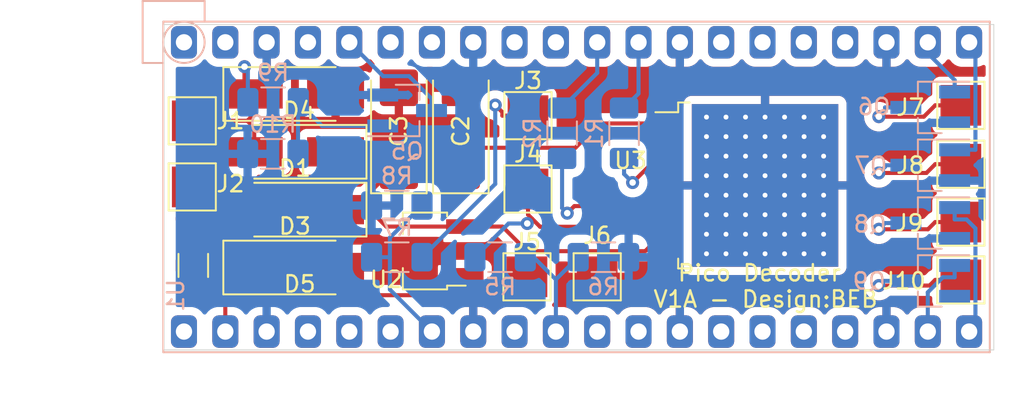
<source format=kicad_pcb>
(kicad_pcb (version 20221018) (generator pcbnew)
  (layers (0 "F.Cu" signal) (31 "B.Cu" signal) (34 "B.Paste" user) (35 "F.Paste" user) (36 "B.SilkS" user "B.Silkscreen") (37 "F.SilkS" user "F.Silkscreen") (38 "B.Mask" user) (39 "F.Mask" user) (44 "Edge.Cuts" user))
  (net 0 "")
  (net 1 "GND")
  (net 2 "MOTOR_A")
  (net 3 "+VDCC")
  (net 4 "MOTOR_B")
  (net 5 "ADC0")
  (net 6 "+5V")
  (net 7 "Net-(D1-A)")
  (net 8 "Net-(D3-A)")
  (net 9 "Net-(J7-Pin_1)")
  (net 10 "Net-(J8-Pin_1)")
  (net 11 "Net-(J9-Pin_1)")
  (net 12 "Net-(J10-Pin_1)")
  (net 13 "Net-(Q5-G)")
  (net 14 "Net-(U3-FIN)")
  (net 15 "Net-(U3-RIN)")
  (net 23 "DCC_IN")
  (net 28 "FUNC_A")
  (net 29 "FUNC_B")
  (net 30 "FUNC_C")
  (net 31 "FUNC_D")
  (net 32 "PWM_F")
  (net 33 "PWM_R")
  (net 34 "ADC2")
  (footprint "Capacitor_SMD:C_1206_3216Metric_Pad1.33x1.80mm_HandSolder" (layer "F.Cu") (at 141.7955 114.808 90)
    (fp_text reference "C1" hide)
    (fp_text value "10uF/16V")
    (fp_line (start -0.711252 -0.91) (end 0.711252 -0.91) (stroke (width 0.12)) (layer "F.SilkS"))
    (fp_line (start -0.711252 0.91) (end 0.711252 0.91) (stroke (width 0.12)) (layer "F.SilkS"))
    (pad "1" smd roundrect (at -1.5625 0 90) (size 1.325 1.8) (layers "F.Cu" "F.Paste" "F.Mask") (roundrect_rratio 0.1886769811) (net 6 "+5V"))
    (pad "2" smd roundrect (at 1.5625 0 90) (size 1.325 1.8) (layers "F.Cu" "F.Paste" "F.Mask") (roundrect_rratio 0.1886769811) (net 1 "GND"))
  )
  (footprint "Diode_SMD:D_SMA_Handsoldering" (layer "F.Cu") (at 148.042 107.823 180)
    (fp_text reference "D1" (at 0 -1.016) (layer "F.SilkS"))
    (fp_text value "RBR3L60ADD")
    (fp_line (start -4.4 -1.65) (end -4.4 1.65) (stroke (width 0.12)) (layer "F.SilkS"))
    (fp_line (start -4.4 -1.65) (end 2.5 -1.65) (stroke (width 0.12)) (layer "F.SilkS"))
    (fp_line (start -4.4 1.65) (end 2.5 1.65) (stroke (width 0.12)) (layer "F.SilkS"))
    (pad "1" smd rect (at -2.5 0 180) (size 3.5 1.8) (layers "F.Cu" "F.Paste" "F.Mask") (net 3 "+VDCC"))
    (pad "2" smd rect (at 2.5 0 180) (size 3.5 1.8) (layers "F.Cu" "F.Paste" "F.Mask") (net 7 "Net-(D1-A)"))
  )
  (footprint "Diode_SMD:D_SMA_Handsoldering" (layer "F.Cu") (at 148.042 111.379 180)
    (fp_text reference "D3" (at 0 -1.016) (layer "F.SilkS"))
    (fp_text value "RBR3L60ADD")
    (fp_line (start -4.4 -1.65) (end -4.4 1.65) (stroke (width 0.12)) (layer "F.SilkS"))
    (fp_line (start -4.4 -1.65) (end 2.5 -1.65) (stroke (width 0.12)) (layer "F.SilkS"))
    (fp_line (start -4.4 1.65) (end 2.5 1.65) (stroke (width 0.12)) (layer "F.SilkS"))
    (pad "1" smd rect (at -2.5 0 180) (size 3.5 1.8) (layers "F.Cu" "F.Paste" "F.Mask") (net 3 "+VDCC"))
    (pad "2" smd rect (at 2.5 0 180) (size 3.5 1.8) (layers "F.Cu" "F.Paste" "F.Mask") (net 8 "Net-(D3-A)"))
  )
  (footprint "Diode_SMD:D_SMA_Handsoldering" (layer "F.Cu") (at 148.042 114.935)
    (fp_text reference "D5" (at 0.294 1.016) (layer "F.SilkS"))
    (fp_text value "RBR3L60ADD")
    (fp_line (start -4.4 -1.65) (end -4.4 1.65) (stroke (width 0.12)) (layer "F.SilkS"))
    (fp_line (start -4.4 -1.65) (end 2.5 -1.65) (stroke (width 0.12)) (layer "F.SilkS"))
    (fp_line (start -4.4 1.65) (end 2.5 1.65) (stroke (width 0.12)) (layer "F.SilkS"))
    (pad "1" smd rect (at -2.5 0) (size 3.5 1.8) (layers "F.Cu" "F.Paste" "F.Mask") (net 8 "Net-(D3-A)"))
    (pad "2" smd rect (at 2.5 0) (size 3.5 1.8) (layers "F.Cu" "F.Paste" "F.Mask") (net 1 "GND"))
  )
  (footprint "Package_TO_SOT_SMD:SOT-89-3_Handsoldering" (layer "F.Cu") (at 156.337 113.919 180)
    (fp_text reference "U2" (at 2.676 -1.754) (layer "F.SilkS"))
    (fp_text value "AP7387Q-50Y-13")
    (fp_line (start -2.2 -2.13) (end -1.06 -2.13) (stroke (width 0.12)) (layer "F.SilkS"))
    (fp_line (start -1.06 -2.36) (end -1.06 -2.13) (stroke (width 0.12)) (layer "F.SilkS"))
    (fp_line (start -1.06 -2.36) (end 1.66 -2.36) (stroke (width 0.12)) (layer "F.SilkS"))
    (fp_line (start -1.06 2.36) (end -1.06 2.13) (stroke (width 0.12)) (layer "F.SilkS"))
    (fp_line (start 1.66 -2.36) (end 1.66 -1.05) (stroke (width 0.12)) (layer "F.SilkS"))
    (fp_line (start 1.66 1.05) (end 1.66 2.36) (stroke (width 0.12)) (layer "F.SilkS"))
    (fp_line (start 1.66 2.36) (end -1.06 2.36) (stroke (width 0.12)) (layer "F.SilkS"))
    (pad "1" smd rect (at -2.15 -1.5 180) (size 2.3 0.9) (layers "F.Cu" "F.Paste" "F.Mask") (net 6 "+5V"))
    (pad "2" smd custom (at -2.0625 0 180) (size 2.475 0.9) (layers "F.Cu" "F.Paste" "F.Mask") (net 1 "GND") (options (clearance outline) (anchor rect)) (primitives (gr_poly (pts (xy 1.2375 -0.8665) (xy 5.3625 -0.8665) (xy 5.3625 0.8665) (xy 1.2375 0.8665)) (width 0) (fill yes))))
    (pad "3" smd rect (at -2.15 1.5 180) (size 2.3 0.9) (layers "F.Cu" "F.Paste" "F.Mask") (net 3 "+VDCC"))
  )
  (footprint "TestPoint:TestPoint_Pad_2.5x2.5mm" (layer "F.Cu") (at 141.732 105.918)
    (fp_text reference "J1" (at 2.3495 0) (layer "F.SilkS"))
    (fp_text value "PAD")
    (fp_line (start -1.45 -1.45) (end 1.45 -1.45) (stroke (width 0.12)) (layer "F.SilkS"))
    (fp_line (start -1.45 1.45) (end -1.45 -1.45) (stroke (width 0.12)) (layer "F.SilkS"))
    (fp_line (start 1.45 -1.45) (end 1.45 1.45) (stroke (width 0.12)) (layer "F.SilkS"))
    (fp_line (start 1.45 1.45) (end -1.45 1.45) (stroke (width 0.12)) (layer "F.SilkS"))
    (pad "1" smd rect (at 0 0) (size 2.5 2.5) (layers "F.Cu" "F.Mask") (net 7 "Net-(D1-A)"))
  )
  (footprint "TestPoint:TestPoint_Pad_2.5x2.5mm" (layer "F.Cu") (at 141.732 109.982)
    (fp_text reference "J2" (at 2.3495 -0.1905) (layer "F.SilkS"))
    (fp_text value "PAD")
    (fp_line (start -1.45 -1.45) (end 1.45 -1.45) (stroke (width 0.12)) (layer "F.SilkS"))
    (fp_line (start -1.45 1.45) (end -1.45 -1.45) (stroke (width 0.12)) (layer "F.SilkS"))
    (fp_line (start 1.45 -1.45) (end 1.45 1.45) (stroke (width 0.12)) (layer "F.SilkS"))
    (fp_line (start 1.45 1.45) (end -1.45 1.45) (stroke (width 0.12)) (layer "F.SilkS"))
    (pad "1" smd rect (at 0 0) (size 2.5 2.5) (layers "F.Cu" "F.Mask") (net 8 "Net-(D3-A)"))
  )
  (footprint "TestPoint:TestPoint_Pad_2.5x2.5mm" (layer "F.Cu") (at 162.3695 105.6005)
    (fp_text reference "J3" (at 0 -2.148) (layer "F.SilkS"))
    (fp_text value "PAD")
    (fp_line (start -1.45 -1.45) (end 1.45 -1.45) (stroke (width 0.12)) (layer "F.SilkS"))
    (fp_line (start -1.45 1.45) (end -1.45 -1.45) (stroke (width 0.12)) (layer "F.SilkS"))
    (fp_line (start 1.45 -1.45) (end 1.45 1.45) (stroke (width 0.12)) (layer "F.SilkS"))
    (fp_line (start 1.45 1.45) (end -1.45 1.45) (stroke (width 0.12)) (layer "F.SilkS"))
    (pad "1" smd rect (at 0 0) (size 2.5 2.5) (layers "F.Cu" "F.Mask") (net 2 "MOTOR_A"))
  )
  (footprint "TestPoint:TestPoint_Pad_2.5x2.5mm" (layer "F.Cu") (at 162.306 115.5065)
    (fp_text reference "J5" (at 0 -2.148) (layer "F.SilkS"))
    (fp_text value "PAD")
    (fp_line (start -1.45 -1.45) (end 1.45 -1.45) (stroke (width 0.12)) (layer "F.SilkS"))
    (fp_line (start -1.45 1.45) (end -1.45 -1.45) (stroke (width 0.12)) (layer "F.SilkS"))
    (fp_line (start 1.45 -1.45) (end 1.45 1.45) (stroke (width 0.12)) (layer "F.SilkS"))
    (fp_line (start 1.45 1.45) (end -1.45 1.45) (stroke (width 0.12)) (layer "F.SilkS"))
    (pad "1" smd rect (at 0 0) (size 2.5 2.5) (layers "F.Cu" "F.Mask") (net 3 "+VDCC"))
  )
  (footprint "TestPoint:TestPoint_Pad_2.5x2.5mm" (layer "F.Cu") (at 166.624 115.5065)
    (fp_text reference "J6" (at 0 -2.54) (layer "F.SilkS"))
    (fp_text value "PAD")
    (fp_line (start -1.45 -1.45) (end 1.45 -1.45) (stroke (width 0.12)) (layer "F.SilkS"))
    (fp_line (start -1.45 1.45) (end -1.45 -1.45) (stroke (width 0.12)) (layer "F.SilkS"))
    (fp_line (start 1.45 -1.45) (end 1.45 1.45) (stroke (width 0.12)) (layer "F.SilkS"))
    (fp_line (start 1.45 1.45) (end -1.45 1.45) (stroke (width 0.12)) (layer "F.SilkS"))
    (pad "1" smd rect (at 0 0) (size 2.5 2.5) (layers "F.Cu" "F.Mask") (net 1 "GND"))
  )
  (footprint "TestPoint:TestPoint_Pad_2.5x2.5mm" (layer "F.Cu") (at 188.976 104.9655)
    (fp_text reference "J7" (at -3.1115 0.127) (layer "F.SilkS"))
    (fp_text value "PAD")
    (fp_line (start -1.45 -1.45) (end 1.45 -1.45) (stroke (width 0.12)) (layer "F.SilkS"))
    (fp_line (start -1.45 1.45) (end -1.45 -1.45) (stroke (width 0.12)) (layer "F.SilkS"))
    (fp_line (start 1.45 -1.45) (end 1.45 1.45) (stroke (width 0.12)) (layer "F.SilkS"))
    (fp_line (start 1.45 1.45) (end -1.45 1.45) (stroke (width 0.12)) (layer "F.SilkS"))
    (pad "1" smd rect (at 0 0) (size 2.5 2.5) (layers "F.Cu" "F.Mask") (net 9 "Net-(J7-Pin_1)"))
  )
  (footprint "TestPoint:TestPoint_Pad_2.5x2.5mm" (layer "F.Cu") (at 188.976 108.585)
    (fp_text reference "J8" (at -3.1115 0.0635) (layer "F.SilkS"))
    (fp_text value "PAD")
    (fp_line (start -1.45 -1.45) (end 1.45 -1.45) (stroke (width 0.12)) (layer "F.SilkS"))
    (fp_line (start -1.45 1.45) (end -1.45 -1.45) (stroke (width 0.12)) (layer "F.SilkS"))
    (fp_line (start 1.45 -1.45) (end 1.45 1.45) (stroke (width 0.12)) (layer "F.SilkS"))
    (fp_line (start 1.45 1.45) (end -1.45 1.45) (stroke (width 0.12)) (layer "F.SilkS"))
    (pad "1" smd rect (at 0 0) (size 2.5 2.5) (layers "F.Cu" "F.Mask") (net 10 "Net-(J8-Pin_1)"))
  )
  (footprint "TestPoint:TestPoint_Pad_2.5x2.5mm" (layer "F.Cu") (at 188.976 115.697)
    (fp_text reference "J10" (at -3.4925 0.0635) (layer "F.SilkS"))
    (fp_text value "PAD")
    (fp_line (start -1.45 -1.45) (end 1.45 -1.45) (stroke (width 0.12)) (layer "F.SilkS"))
    (fp_line (start -1.45 1.45) (end -1.45 -1.45) (stroke (width 0.12)) (layer "F.SilkS"))
    (fp_line (start 1.45 -1.45) (end 1.45 1.45) (stroke (width 0.12)) (layer "F.SilkS"))
    (fp_line (start 1.45 1.45) (end -1.45 1.45) (stroke (width 0.12)) (layer "F.SilkS"))
    (pad "1" smd rect (at 0 0) (size 2.5 2.5) (layers "F.Cu" "F.Mask") (net 12 "Net-(J10-Pin_1)"))
  )
  (footprint "Diode_SMD:D_SMA_Handsoldering" (layer "F.Cu") (at 148.042 104.267)
    (fp_text reference "D4" (at 0.254 1.016) (layer "F.SilkS"))
    (fp_text value "RBR3L60ADD")
    (fp_line (start -4.4 -1.65) (end -4.4 1.65) (stroke (width 0.12)) (layer "F.SilkS"))
    (fp_line (start -4.4 -1.65) (end 2.5 -1.65) (stroke (width 0.12)) (layer "F.SilkS"))
    (fp_line (start -4.4 1.65) (end 2.5 1.65) (stroke (width 0.12)) (layer "F.SilkS"))
    (pad "1" smd rect (at -2.5 0) (size 3.5 1.8) (layers "F.Cu" "F.Paste" "F.Mask") (net 7 "Net-(D1-A)"))
    (pad "2" smd rect (at 2.5 0) (size 3.5 1.8) (layers "F.Cu" "F.Paste" "F.Mask") (net 1 "GND"))
  )
  (footprint "Package_TO_SOT_SMD:Rohm_HRP7" (layer "F.Cu") (at 175.785 109.89)
    (fp_text reference "U3" (at -7.112 -1.524) (layer "F.SilkS"))
    (fp_text value "BD6232HFP")
    (fp_line (start -5.585 -4.5) (end -4.185 -4.5) (stroke (width 0.12)) (layer "F.SilkS"))
    (fp_line (start -4.185 -5.1) (end -3.485 -5.1) (stroke (width 0.12)) (layer "F.SilkS"))
    (fp_line (start -4.185 -4.5) (end -4.185 -5.1) (stroke (width 0.12)) (layer "F.SilkS"))
    (fp_line (start -4.185 5.1) (end -4.185 4.5) (stroke (width 0.12)) (layer "F.SilkS"))
    (fp_line (start -3.485 5.1) (end -4.185 5.1) (stroke (width 0.12)) (layer "F.SilkS"))
    (pad "1" smd rect (at -4.97 -3.81) (size 1.37 0.93) (layers "F.Cu" "F.Paste" "F.Mask") (net 3 "+VDCC"))
    (pad "2" smd rect (at -4.97 -2.54) (size 1.37 0.93) (layers "F.Cu" "F.Paste" "F.Mask") (net 2 "MOTOR_A"))
    (pad "3" smd rect (at -4.97 -1.27) (size 1.37 0.93) (layers "F.Cu" "F.Paste" "F.Mask") (net 14 "Net-(U3-FIN)"))
    (pad "4" smd rect (at -4.97 0) (size 1.37 0.93) (layers "F.Cu" "F.Paste" "F.Mask") (net 1 "GND"))
    (pad "4" thru_hole circle (at -2.445 -4.2) (size 0.6 0.6) (drill 0.3) (layers "*.Cu") (net 1 "GND"))
    (pad "4" thru_hole circle (at -2.445 -3) (size 0.6 0.6) (drill 0.3) (layers "*.Cu") (net 1 "GND"))
    (pad "4" thru_hole circle (at -2.445 -1.8) (size 0.6 0.6) (drill 0.3) (layers "*.Cu") (net 1 "GND"))
    (pad "4" thru_hole circle (at -2.445 -0.6) (size 0.6 0.6) (drill 0.3) (layers "*.Cu") (net 1 "GND"))
    (pad "4" thru_hole circle (at -2.445 0.6) (size 0.6 0.6) (drill 0.3) (layers "*.Cu") (net 1 "GND"))
    (pad "4" thru_hole circle (at -2.445 1.8) (size 0.6 0.6) (drill 0.3) (layers "*.Cu") (net 1 "GND"))
    (pad "4" thru_hole circle (at -2.445 3) (size 0.6 0.6) (drill 0.3) (layers "*.Cu") (net 1 "GND"))
    (pad "4" thru_hole circle (at -2.445 4.2) (size 0.6 0.6) (drill 0.3) (layers "*.Cu") (net 1 "GND"))
    (pad "4" thru_hole circle (at -1.245 -4.2) (size 0.6 0.6) (drill 0.3) (layers "*.Cu") (net 1 "GND"))
    (pad "4" thru_hole circle (at -1.245 -3) (size 0.6 0.6) (drill 0.3) (layers "*.Cu") (net 1 "GND"))
    (pad "4" thru_hole circle (at -1.245 -1.8) (size 0.6 0.6) (drill 0.3) (layers "*.Cu") (net 1 "GND"))
    (pad "4" thru_hole circle (at -1.245 -0.6) (size 0.6 0.6) (drill 0.3) (layers "*.Cu") (net 1 "GND"))
    (pad "4" thru_hole circle (at -1.245 0.6) (size 0.6 0.6) (drill 0.3) (layers "*.Cu") (net 1 "GND"))
    (pad "4" thru_hole circle (at -1.245 1.8) (size 0.6 0.6) (drill 0.3) (layers "*.Cu") (net 1 "GND"))
    (pad "4" thru_hole circle (at -1.245 3) (size 0.6 0.6) (drill 0.3) (layers "*.Cu") (net 1 "GND"))
    (pad "4" thru_hole circle (at -1.245 4.2) (size 0.6 0.6) (drill 0.3) (layers "*.Cu") (net 1 "GND"))
    (pad "4" thru_hole circle (at -0.045 -4.2) (size 0.6 0.6) (drill 0.3) (layers "*.Cu") (net 1 "GND"))
    (pad "4" thru_hole circle (at -0.045 -3) (size 0.6 0.6) (drill 0.3) (layers "*.Cu") (net 1 "GND"))
    (pad "4" thru_hole circle (at -0.045 -1.8) (size 0.6 0.6) (drill 0.3) (layers "*.Cu") (net 1 "GND"))
    (pad "4" thru_hole circle (at -0.045 -0.6) (size 0.6 0.6) (drill 0.3) (layers "*.Cu") (net 1 "GND"))
    (pad "4" thru_hole circle (at -0.045 0.6) (size 0.6 0.6) (drill 0.3) (layers "*.Cu") (net 1 "GND"))
    (pad "4" thru_hole circle (at -0.045 1.8) (size 0.6 0.6) (drill 0.3) (layers "*.Cu") (net 1 "GND"))
    (pad "4" thru_hole circle (at -0.045 3) (size 0.6 0.6) (drill 0.3) (layers "*.Cu") (net 1 "GND"))
    (pad "4" thru_hole circle (at -0.045 4.2) (size 0.6 0.6) (drill 0.3) (layers "*.Cu") (net 1 "GND"))
    (pad "4" thru_hole circle (at 1.155 -4.2) (size 0.6 0.6) (drill 0.3) (layers "*.Cu") (net 1 "GND"))
    (pad "4" thru_hole circle (at 1.155 -3) (size 0.6 0.6) (drill 0.3) (layers "*.Cu") (net 1 "GND"))
    (pad "4" thru_hole circle (at 1.155 -1.8) (size 0.6 0.6) (drill 0.3) (layers "*.Cu") (net 1 "GND"))
    (pad "4" thru_hole circle (at 1.155 -0.6) (size 0.6 0.6) (drill 0.3) (layers "*.Cu") (net 1 "GND"))
    (pad "4" smd rect (at 1.155 0) (size 9 10) (layers "F.Cu" "F.Mask") (net 1 "GND"))
    (pad "4" smd rect (at 1.155 0) (size 9 10) (layers "B.Cu") (net 1 "GND"))
    (pad "4" thru_hole circle (at 1.155 0.6) (size 0.6 0.6) (drill 0.3) (layers "*.Cu") (net 1 "GND"))
    (pad "4" thru_hole circle (at 1.155 1.8) (size 0.6 0.6) (drill 0.3) (layers "*.Cu") (net 1 "GND"))
    (pad "4" thru_hole circle (at 1.155 3) (size 0.6 0.6) (drill 0.3) (layers "*.Cu") (net 1 "GND"))
    (pad "4" thru_hole circle (at 1.155 4.2) (size 0.6 0.6) (drill 0.3) (layers "*.Cu") (net 1 "GND"))
    (pad "4" thru_hole circle (at 2.355 -4.2) (size 0.6 0.6) (drill 0.3) (layers "*.Cu") (net 1 "GND"))
    (pad "4" thru_hole circle (at 2.355 -3) (size 0.6 0.6) (drill 0.3) (layers "*.Cu") (net 1 "GND"))
    (pad "4" thru_hole circle (at 2.355 -1.8) (size 0.6 0.6) (drill 0.3) (layers "*.Cu") (net 1 "GND"))
    (pad "4" thru_hole circle (at 2.355 -0.6) (size 0.6 0.6) (drill 0.3) (layers "*.Cu") (net 1 "GND"))
    (pad "4" thru_hole circle (at 2.355 0.6) (size 0.6 0.6) (drill 0.3) (layers "*.Cu") (net 1 "GND"))
    (pad "4" thru_hole circle (at 2.355 1.8) (size 0.6 0.6) (drill 0.3) (layers "*.Cu") (net 1 "GND"))
    (pad "4" thru_hole circle (at 2.355 3) (size 0.6 0.6) (drill 0.3) (layers "*.Cu") (net 1 "GND"))
    (pad "4" thru_hole circle (at 2.355 4.2) (size 0.6 0.6) (drill 0.3) (layers "*.Cu") (net 1 "GND"))
    (pad "4" thru_hole circle (at 3.555 -4.2) (size 0.6 0.6) (drill 0.3) (layers "*.Cu") (net 1 "GND"))
    (pad "4" thru_hole circle (at 3.555 -3) (size 0.6 0.6) (drill 0.3) (layers "*.Cu") (net 1 "GND"))
    (pad "4" thru_hole circle (at 3.555 -1.8) (size 0.6 0.6) (drill 0.3) (layers "*.Cu") (net 1 "GND"))
    (pad "4" thru_hole circle (at 3.555 -0.6) (size 0.6 0.6) (drill 0.3) (layers "*.Cu") (net 1 "GND"))
    (pad "4" thru_hole circle (at 3.555 0.6) (size 0.6 0.6) (drill 0.3) (layers "*.Cu") (net 1 "GND"))
    (pad "4" thru_hole circle (at 3.555 1.8) (size 0.6 0.6) (drill 0.3) (layers "*.Cu") (net 1 "GND"))
    (pad "4" thru_hole circle (at 3.555 3) (size 0.6 0.6) (drill 0.3) (layers "*.Cu") (net 1 "GND"))
    (pad "4" thru_hole circle (at 3.555 4.2) (size 0.6 0.6) (drill 0.3) (layers "*.Cu") (net 1 "GND"))
    (pad "4" thru_hole circle (at 4.755 -4.2) (size 0.6 0.6) (drill 0.3) (layers "*.Cu") (net 1 "GND"))
    (pad "4" thru_hole circle (at 4.755 -3) (size 0.6 0.6) (drill 0.3) (layers "*.Cu") (net 1 "GND"))
    (pad "4" thru_hole circle (at 4.755 -1.8) (size 0.6 0.6) (drill 0.3) (layers "*.Cu") (net 1 "GND"))
    (pad "4" thru_hole circle (at 4.755 -0.6) (size 0.6 0.6) (drill 0.3) (layers "*.Cu") (net 1 "GND"))
    (pad "4" thru_hole circle (at 4.755 0.6) (size 0.6 0.6) (drill 0.3) (layers "*.Cu") (net 1 "GND"))
    (pad "4" thru_hole circle (at 4.755 1.8) (size 0.6 0.6) (drill 0.3) (layers "*.Cu") (net 1 "GND"))
    (pad "4" thru_hole circle (at 4.755 3) (size 0.6 0.6) (drill 0.3) (layers "*.Cu") (net 1 "GND"))
    (pad "4" thru_hole circle (at 4.755 4.2) (size 0.6 0.6) (drill 0.3) (layers "*.Cu") (net 1 "GND"))
    (pad "5" smd rect (at -4.97 1.27) (size 1.37 0.93) (layers "F.Cu" "F.Paste" "F.Mask") (net 15 "Net-(U3-RIN)"))
    (pad "6" smd rect (at -4.97 2.54) (size 1.37 0.93) (layers "F.Cu" "F.Paste" "F.Mask") (net 4 "MOTOR_B"))
    (pad "7" smd rect (at -4.97 3.81) (size 1.37 0.93) (layers "F.Cu" "F.Paste" "F.Mask") (net 3 "+VDCC"))
  )
  (footprint "Capacitor_Tantalum_SMD:CP_EIA-6032-20_AVX-F_Pad2.25x2.35mm_HandSolder" (layer "F.Cu") (at 154.432 106.436 90)
    (fp_text reference "C2" (at -0.117 3.81 270) (layer "F.SilkS"))
    (fp_text value "10uF/25V")
    (fp_line (start -3.935 -1.71) (end -3.935 1.71) (stroke (width 0.12)) (layer "F.SilkS"))
    (fp_line (start -3.935 1.71) (end 3 1.71) (stroke (width 0.12)) (layer "F.SilkS"))
    (fp_line (start 3 -1.71) (end -3.935 -1.71) (stroke (width 0.12)) (layer "F.SilkS"))
    (pad "1" smd roundrect (at -2.55 0 90) (size 2.25 2.35) (layers "F.Cu" "F.Paste" "F.Mask") (roundrect_rratio 0.1111106667) (net 3 "+VDCC"))
    (pad "2" smd roundrect (at 2.55 0 90) (size 2.25 2.35) (layers "F.Cu" "F.Paste" "F.Mask") (roundrect_rratio 0.1111106667) (net 1 "GND"))
  )
  (footprint "Capacitor_Tantalum_SMD:CP_EIA-6032-20_AVX-F_Pad2.25x2.35mm_HandSolder" (layer "F.Cu") (at 158.242 106.436 90)
    (fp_text reference "C3" (at -0.117 -3.81 90) (layer "F.SilkS"))
    (fp_text value "10uF/25V")
    (fp_line (start -3.935 -1.71) (end -3.935 1.71) (stroke (width 0.12)) (layer "F.SilkS"))
    (fp_line (start -3.935 1.71) (end 3 1.71) (stroke (width 0.12)) (layer "F.SilkS"))
    (fp_line (start 3 -1.71) (end -3.935 -1.71) (stroke (width 0.12)) (layer "F.SilkS"))
    (pad "1" smd roundrect (at -2.55 0 90) (size 2.25 2.35) (layers "F.Cu" "F.Paste" "F.Mask") (roundrect_rratio 0.1111106667) (net 3 "+VDCC"))
    (pad "2" smd roundrect (at 2.55 0 90) (size 2.25 2.35) (layers "F.Cu" "F.Paste" "F.Mask") (roundrect_rratio 0.1111106667) (net 1 "GND"))
  )
  (footprint "TestPoint:TestPoint_Pad_2.5x2.5mm" (layer "F.Cu") (at 188.976 112.141)
    (fp_text reference "J9" (at -3.175 0.0635) (layer "F.SilkS"))
    (fp_text value "PAD")
    (fp_line (start -1.45 -1.45) (end 1.45 -1.45) (stroke (width 0.12)) (layer "F.SilkS"))
    (fp_line (start -1.45 1.45) (end -1.45 -1.45) (stroke (width 0.12)) (layer "F.SilkS"))
    (fp_line (start 1.45 -1.45) (end 1.45 1.45) (stroke (width 0.12)) (layer "F.SilkS"))
    (fp_line (start 1.45 1.45) (end -1.45 1.45) (stroke (width 0.12)) (layer "F.SilkS"))
    (pad "1" smd rect (at 0 0) (size 2.5 2.5) (layers "F.Cu" "F.Mask") (net 11 "Net-(J9-Pin_1)"))
  )
  (footprint "TestPoint:TestPoint_Pad_2.5x2.5mm" (layer "F.Cu") (at 162.3695 110.109)
    (fp_text reference "J4" (at 0 -2.148) (layer "F.SilkS"))
    (fp_text value "PAD")
    (fp_line (start -1.45 -1.45) (end 1.45 -1.45) (stroke (width 0.12)) (layer "F.SilkS"))
    (fp_line (start -1.45 1.45) (end -1.45 -1.45) (stroke (width 0.12)) (layer "F.SilkS"))
    (fp_line (start 1.45 -1.45) (end 1.45 1.45) (stroke (width 0.12)) (layer "F.SilkS"))
    (fp_line (start 1.45 1.45) (end -1.45 1.45) (stroke (width 0.12)) (layer "F.SilkS"))
    (pad "1" smd rect (at 0 0) (size 2.5 2.5) (layers "F.Cu" "F.Mask") (net 4 "MOTOR_B"))
  )
  (footprint "Resistor_SMD:R_1206_3216Metric_Pad1.30x1.75mm_HandSolder" (layer "B.Cu") (at 160.655 114.3)
    (fp_text reference "R5" (at 0 1.82 180) (layer "B.SilkS") (effects (justify mirror)))
    (fp_text value "6k8")
    (fp_line (start -0.727064 -0.91) (end 0.727064 -0.91) (stroke (width 0.12)) (layer "B.SilkS"))
    (fp_line (start -0.727064 0.91) (end 0.727064 0.91) (stroke (width 0.12)) (layer "B.SilkS"))
    (pad "1" smd roundrect (at -1.55 0) (size 1.3 1.75) (layers "B.Cu" "B.Paste" "B.Mask") (roundrect_rratio 0.192308) (net 4 "MOTOR_B"))
    (pad "2" smd roundrect (at 1.55 0) (size 1.3 1.75) (layers "B.Cu" "B.Paste" "B.Mask") (roundrect_rratio 0.192308) (net 5 "ADC0"))
  )
  (footprint "Resistor_SMD:R_1206_3216Metric_Pad1.30x1.75mm_HandSolder" (layer "B.Cu") (at 154.305 111.125 180)
    (fp_text reference "R8" (at 0 1.82) (layer "B.SilkS") (effects (justify mirror)))
    (fp_text value "1k")
    (fp_line (start -0.727064 -0.91) (end 0.727064 -0.91) (stroke (width 0.12)) (layer "B.SilkS"))
    (fp_line (start -0.727064 0.91) (end 0.727064 0.91) (stroke (width 0.12)) (layer "B.SilkS"))
    (pad "1" smd roundrect (at -1.55 0 180) (size 1.3 1.75) (layers "B.Cu" "B.Paste" "B.Mask") (roundrect_rratio 0.192308) (net 34 "ADC2"))
    (pad "2" smd roundrect (at 1.55 0 180) (size 1.3 1.75) (layers "B.Cu" "B.Paste" "B.Mask") (roundrect_rratio 0.192308) (net 1 "GND"))
  )
  (footprint "Resistor_SMD:R_1206_3216Metric_Pad1.30x1.75mm_HandSolder" (layer "B.Cu") (at 146.701 104.775 180)
    (fp_text reference "R9" (at 0 1.82) (layer "B.SilkS") (effects (justify mirror)))
    (fp_text value "10k")
    (fp_line (start -0.727064 -0.91) (end 0.727064 -0.91) (stroke (width 0.12)) (layer "B.SilkS"))
    (fp_line (start -0.727064 0.91) (end 0.727064 0.91) (stroke (width 0.12)) (layer "B.SilkS"))
    (pad "1" smd roundrect (at -1.55 0 180) (size 1.3 1.75) (layers "B.Cu" "B.Paste" "B.Mask") (roundrect_rratio 0.192308) (net 13 "Net-(Q5-G)"))
    (pad "2" smd roundrect (at 1.55 0 180) (size 1.3 1.75) (layers "B.Cu" "B.Paste" "B.Mask") (roundrect_rratio 0.192308) (net 7 "Net-(D1-A)"))
  )
  (footprint "Resistor_SMD:R_1206_3216Metric_Pad1.30x1.75mm_HandSolder" (layer "B.Cu") (at 146.685 107.95 180)
    (fp_text reference "R10" (at 0 1.82) (layer "B.SilkS") (effects (justify mirror)))
    (fp_text value "10k")
    (fp_line (start -0.727064 -0.91) (end 0.727064 -0.91) (stroke (width 0.12)) (layer "B.SilkS"))
    (fp_line (start -0.727064 0.91) (end 0.727064 0.91) (stroke (width 0.12)) (layer "B.SilkS"))
    (pad "1" smd roundrect (at -1.55 0 180) (size 1.3 1.75) (layers "B.Cu" "B.Paste" "B.Mask") (roundrect_rratio 0.192308) (net 13 "Net-(Q5-G)"))
    (pad "2" smd roundrect (at 1.55 0 180) (size 1.3 1.75) (layers "B.Cu" "B.Paste" "B.Mask") (roundrect_rratio 0.192308) (net 1 "GND"))
  )
  (footprint "Resistor_SMD:R_1206_3216Metric_Pad1.30x1.75mm_HandSolder" (layer "B.Cu") (at 167.005 114.3)
    (fp_text reference "R6" (at 0 1.82 180) (layer "B.SilkS") (effects (justify mirror)))
    (fp_text value "1k")
    (fp_line (start -0.727064 -0.91) (end 0.727064 -0.91) (stroke (width 0.12)) (layer "B.SilkS"))
    (fp_line (start -0.727064 0.91) (end 0.727064 0.91) (stroke (width 0.12)) (layer "B.SilkS"))
    (pad "1" smd roundrect (at -1.55 0) (size 1.3 1.75) (layers "B.Cu" "B.Paste" "B.Mask") (roundrect_rratio 0.192308) (net 5 "ADC0"))
    (pad "2" smd roundrect (at 1.55 0) (size 1.3 1.75) (layers "B.Cu" "B.Paste" "B.Mask") (roundrect_rratio 0.192308) (net 1 "GND"))
  )
  (footprint "Resistor_SMD:R_1206_3216Metric_Pad1.30x1.75mm_HandSolder" (layer "B.Cu") (at 154.305 114.3 180)
    (fp_text reference "R7" (at 0 1.82) (layer "B.SilkS") (effects (justify mirror)))
    (fp_text value "6k8")
    (fp_line (start -0.727064 -0.91) (end 0.727064 -0.91) (stroke (width 0.12)) (layer "B.SilkS"))
    (fp_line (start -0.727064 0.91) (end 0.727064 0.91) (stroke (width 0.12)) (layer "B.SilkS"))
    (pad "1" smd roundrect (at -1.55 0 180) (size 1.3 1.75) (layers "B.Cu" "B.Paste" "B.Mask") (roundrect_rratio 0.192308) (net 2 "MOTOR_A"))
    (pad "2" smd roundrect (at 1.55 0 180) (size 1.3 1.75) (layers "B.Cu" "B.Paste" "B.Mask") (roundrect_rratio 0.192308) (net 34 "ADC2"))
  )
  (footprint "RaspberryPico:RaspberryPico_TH_NoSWD" (layer "B.Cu") (at 141.224 101.092 -90)
    (fp_text reference "U1" (at 15.5575 0.508 270) (layer "B.SilkS") (effects (justify mirror)))
    (fp_text value "RaspberryPico")
    (fp_line (start -2.54 -1.27) (end -2.54 2.54) (stroke (width 0.12)) (layer "B.SilkS"))
    (fp_line (start -2.54 2.54) (end 1.27 2.54) (stroke (width 0.12)) (layer "B.SilkS"))
    (fp_line (start -1.27 -49.53) (end 19.05 -49.53) (stroke (width 0.12)) (layer "B.SilkS"))
    (fp_line (start -1.27 -1.27) (end -2.54 -1.27) (stroke (width 0.12)) (layer "B.SilkS"))
    (fp_line (start -1.27 1.27) (end -1.27 -49.53) (stroke (width 0.12)) (layer "B.SilkS"))
    (fp_line (start 1.27 2.54) (end 1.27 1.27) (stroke (width 0.12)) (layer "B.SilkS"))
    (fp_line (start 19.05 -49.53) (end 19.05 1.27) (stroke (width 0.12)) (layer "B.SilkS"))
    (fp_line (start 19.05 1.27) (end -1.27 1.27) (stroke (width 0.12)) (layer "B.SilkS"))
    (fp_circle (center 0 0) (end 1.27 0) (stroke (width 0.12)) (fill none) (layer "B.SilkS"))
    (pad "1" thru_hole roundrect (at 0 0 270) (size 2 1.6) (drill 1) (layers "*.Cu" "*.Mask"))
    (pad "2" thru_hole roundrect (at 0 -2.54 270) (size 2 1.6) (drill 1) (layers "*.Cu" "*.Mask"))
    (pad "3" thru_hole roundrect (at 0 -5.08 270) (size 2 1.6) (drill 1) (layers "*.Cu" "*.Mask") (net 1 "GND"))
    (pad "4" thru_hole roundrect (at 0 -7.62 270) (size 2 1.6) (drill 1) (layers "*.Cu" "*.Mask"))
    (pad "5" thru_hole roundrect (at 0 -10.16 270) (size 2 1.6) (drill 1) (layers "*.Cu" "*.Mask") (net 23 "DCC_IN"))
    (pad "6" thru_hole roundrect (at 0 -12.7 270) (size 2 1.6) (drill 1) (layers "*.Cu" "*.Mask"))
    (pad "7" thru_hole roundrect (at 0 -15.24 270) (size 2 1.6) (drill 1) (layers "*.Cu" "*.Mask"))
    (pad "8" thru_hole roundrect (at 0 -17.78 270) (size 2 1.6) (drill 1) (layers "*.Cu" "*.Mask") (net 1 "GND"))
    (pad "9" thru_hole roundrect (at 0 -20.32 270) (size 2 1.6) (drill 1) (layers "*.Cu" "*.Mask"))
    (pad "10" thru_hole roundrect (at 0 -22.86 270) (size 2 1.6) (drill 1) (layers "*.Cu" "*.Mask"))
    (pad "11" thru_hole roundrect (at 0 -25.4 270) (size 2 1.6) (drill 1) (layers "*.Cu" "*.Mask") (net 33 "PWM_R"))
    (pad "12" thru_hole roundrect (at 0 -27.94 270) (size 2 1.6) (drill 1) (layers "*.Cu" "*.Mask") (net 32 "PWM_F"))
    (pad "13" thru_hole roundrect (at 0 -30.48 270) (size 2 1.6) (drill 1) (layers "*.Cu" "*.Mask") (net 1 "GND"))
    (pad "14" thru_hole roundrect (at 0 -33.02 270) (size 2 1.6) (drill 1) (layers "*.Cu" "*.Mask"))
    (pad "15" thru_hole roundrect (at 0 -35.56 270) (size 2 1.6) (drill 1) (layers "*.Cu" "*.Mask"))
    (pad "16" thru_hole roundrect (at 0 -38.1 270) (size 2 1.6) (drill 1) (layers "*.Cu" "*.Mask"))
    (pad "17" thru_hole roundrect (at 0 -40.64 270) (size 2 1.6) (drill 1) (layers "*.Cu" "*.Mask"))
    (pad "18" thru_hole roundrect (at 0 -43.18 270) (size 2 1.6) (drill 1) (layers "*.Cu" "*.Mask") (net 1 "GND"))
    (pad "19" thru_hole roundrect (at 0 -45.72 270) (size 2 1.6) (drill 1) (layers "*.Cu" "*.Mask") (net 28 "FUNC_A"))
    (pad "20" thru_hole roundrect (at 0 -48.26 270) (size 2 1.6) (drill 1) (layers "*.Cu" "*.Mask") (net 29 "FUNC_B"))
    (pad "21" thru_hole roundrect (at 17.78 -48.26 270) (size 2 1.6) (drill 1) (layers "*.Cu" "*.Mask") (net 30 "FUNC_C"))
    (pad "22" thru_hole roundrect (at 17.78 -45.72 270) (size 2 1.6) (drill 1) (layers "*.Cu" "*.Mask") (net 31 "FUNC_D"))
    (pad "23" thru_hole roundrect (at 17.78 -43.18 270) (size 2 1.6) (drill 1) (layers "*.Cu" "*.Mask") (net 1 "GND"))
    (pad "24" thru_hole roundrect (at 17.78 -40.64 270) (size 2 1.6) (drill 1) (layers "*.Cu" "*.Mask"))
    (pad "25" thru_hole roundrect (at 17.78 -38.1 270) (size 2 1.6) (drill 1) (layers "*.Cu" "*.Mask"))
    (pad "26" thru_hole roundrect (at 17.78 -35.56 270) (size 2 1.6) (drill 1) (layers "*.Cu" "*.Mask"))
    (pad "27" thru_hole roundrect (at 17.78 -33.02 270) (size 2 1.6) (drill 1) (layers "*.Cu" "*.Mask"))
    (pad "28" thru_hole roundrect (at 17.78 -30.48 270) (size 2 1.6) (drill 1) (layers "*.Cu" "*.Mask") (net 1 "GND"))
    (pad "29" thru_hole roundrect (at 17.78 -27.94 270) (size 2 1.6) (drill 1) (layers "*.Cu" "*.Mask"))
    (pad "30" thru_hole roundrect (at 17.78 -25.4 270) (size 2 1.6) (drill 1) (layers "*.Cu" "*.Mask"))
    (pad "31" thru_hole roundrect (at 17.78 -22.86 270) (size 2 1.6) (drill 1) (layers "*.Cu" "*.Mask") (net 5 "ADC0"))
    (pad "32" thru_hole roundrect (at 17.78 -20.32 270) (size 2 1.6) (drill 1) (layers "*.Cu" "*.Mask"))
    (pad "33" thru_hole roundrect (at 17.78 -17.78 270) (size 2 1.6) (drill 1) (layers "*.Cu" "*.Mask") (net 1 "GND"))
    (pad "34" thru_hole roundrect (at 17.78 -15.24 270) (size 2 1.6) (drill 1) (layers "*.Cu" "*.Mask") (net 34 "ADC2"))
    (pad "35" thru_hole roundrect (at 17.78 -12.7 270) (size 2 1.6) (drill 1) (layers "*.Cu" "*.Mask"))
    (pad "36" thru_hole roundrect (at 17.78 -10.16 270) (size 2 1.6) (drill 1) (layers "*.Cu" "*.Mask"))
    (pad "37" thru_hole roundrect (at 17.78 -7.62 270) (size 2 1.6) (drill 1) (layers "*.Cu" "*.Mask"))
    (pad "38" thru_hole roundrect (at 17.78 -5.08 270) (size 2 1.6) (drill 1) (layers "*.Cu" "*.Mask") (net 1 "GND"))
    (pad "39" thru_hole roundrect (at 17.78 -2.54 270) (size 2 1.6) (drill 1) (layers "*.Cu" "*.Mask") (net 6 "+5V"))
    (pad "40" thru_hole roundrect (at 17.78 0 270) (size 2 1.6) (drill 1) (layers "*.Cu" "*.Mask"))
  )
  (footprint "Resistor_SMD:R_1206_3216Metric_Pad1.30x1.75mm_HandSolder" (layer "B.Cu") (at 168.275 106.68 -90)
    (fp_text reference "R1" (at 0 1.82 90) (layer "B.SilkS") (effects (justify mirror)))
    (fp_text value "10k")
    (fp_line (start -0.727064 -0.91) (end 0.727064 -0.91) (stroke (width 0.12)) (layer "B.SilkS"))
    (fp_line (start -0.727064 0.91) (end 0.727064 0.91) (stroke (width 0.12)) (layer "B.SilkS"))
    (pad "1" smd roundrect (at -1.55 0 270) (size 1.3 1.75) (layers "B.Cu" "B.Paste" "B.Mask") (roundrect_rratio 0.192308) (net 32 "PWM_F"))
    (pad "2" smd roundrect (at 1.55 0 270) (size 1.3 1.75) (layers "B.Cu" "B.Paste" "B.Mask") (roundrect_rratio 0.192308) (net 14 "Net-(U3-FIN)"))
  )
  (footprint "Resistor_SMD:R_1206_3216Metric_Pad1.30x1.75mm_HandSolder" (layer "B.Cu") (at 164.465 106.68 -90)
    (fp_text reference "R2" (at 0 1.82 90) (layer "B.SilkS") (effects (justify mirror)))
    (fp_text value "10k")
    (fp_line (start -0.727064 -0.91) (end 0.727064 -0.91) (stroke (width 0.12)) (layer "B.SilkS"))
    (fp_line (start -0.727064 0.91) (end 0.727064 0.91) (stroke (width 0.12)) (layer "B.SilkS"))
    (pad "1" smd roundrect (at -1.55 0 270) (size 1.3 1.75) (layers "B.Cu" "B.Paste" "B.Mask") (roundrect_rratio 0.192308) (net 33 "PWM_R"))
    (pad "2" smd roundrect (at 1.55 0 270) (size 1.3 1.75) (layers "B.Cu" "B.Paste" "B.Mask") (roundrect_rratio 0.192308) (net 15 "Net-(U3-RIN)"))
  )
  (footprint "Package_TO_SOT_SMD:SOT-23_Handsoldering" (layer "B.Cu") (at 187.095 105.095 180)
    (fp_text reference "Q6" (at 3.453 0.0406) (layer "B.SilkS") (effects (justify mirror)))
    (fp_text value "2N7002BK")
    (fp_line (start 0.76 -1.58) (end -0.7 -1.58) (stroke (width 0.12)) (layer "B.SilkS"))
    (fp_line (start 0.76 -1.58) (end 0.76 -0.65) (stroke (width 0.12)) (layer "B.SilkS"))
    (fp_line (start 0.76 1.58) (end -2.4 1.58) (stroke (width 0.12)) (layer "B.SilkS"))
    (fp_line (start 0.76 1.58) (end 0.76 0.65) (stroke (width 0.12)) (layer "B.SilkS"))
    (pad "1" smd rect (at -1.5 0.95 180) (size 1.9 0.8) (layers "B.Cu" "B.Paste" "B.Mask") (net 28 "FUNC_A"))
    (pad "2" smd rect (at -1.5 -0.95 180) (size 1.9 0.8) (layers "B.Cu" "B.Paste" "B.Mask") (net 1 "GND"))
    (pad "3" smd rect (at 1.5 0 180) (size 1.9 0.8) (layers "B.Cu" "B.Paste" "B.Mask") (net 9 "Net-(J7-Pin_1)"))
  )
  (footprint "Package_TO_SOT_SMD:SOT-23_Handsoldering" (layer "B.Cu") (at 154.94 105.283)
    (fp_text reference "Q5" (at 0 2.5) (layer "B.SilkS") (effects (justify mirror)))
    (fp_text value "2N7002BK")
    (fp_line (start 0.76 -1.58) (end -0.7 -1.58) (stroke (width 0.12)) (layer "B.SilkS"))
    (fp_line (start 0.76 -1.58) (end 0.76 -0.65) (stroke (width 0.12)) (layer "B.SilkS"))
    (fp_line (start 0.76 1.58) (end -2.4 1.58) (stroke (width 0.12)) (layer "B.SilkS"))
    (fp_line (start 0.76 1.58) (end 0.76 0.65) (stroke (width 0.12)) (layer "B.SilkS"))
    (pad "1" smd rect (at -1.5 0.95) (size 1.9 0.8) (layers "B.Cu" "B.Paste" "B.Mask") (net 13 "Net-(Q5-G)"))
    (pad "2" smd rect (at -1.5 -0.95) (size 1.9 0.8) (layers "B.Cu" "B.Paste" "B.Mask") (net 1 "GND"))
    (pad "3" smd rect (at 1.5 0) (size 1.9 0.8) (layers "B.Cu" "B.Paste" "B.Mask") (net 23 "DCC_IN"))
  )
  (footprint "Package_TO_SOT_SMD:SOT-23_Handsoldering" (layer "B.Cu") (at 187.095 108.6485 180)
    (fp_text reference "Q7" (at 3.6562 -0.0127) (layer "B.SilkS") (effects (justify mirror)))
    (fp_text value "2N7002BK")
    (fp_line (start 0.76 -1.58) (end -0.7 -1.58) (stroke (width 0.12)) (layer "B.SilkS"))
    (fp_line (start 0.76 -1.58) (end 0.76 -0.65) (stroke (width 0.12)) (layer "B.SilkS"))
    (fp_line (start 0.76 1.58) (end -2.4 1.58) (stroke (width 0.12)) (layer "B.SilkS"))
    (fp_line (start 0.76 1.58) (end 0.76 0.65) (stroke (width 0.12)) (layer "B.SilkS"))
    (pad "1" smd rect (at -1.5 0.95 180) (size 1.9 0.8) (layers "B.Cu" "B.Paste" "B.Mask") (net 29 "FUNC_B"))
    (pad "2" smd rect (at -1.5 -0.95 180) (size 1.9 0.8) (layers "B.Cu" "B.Paste" "B.Mask") (net 1 "GND"))
    (pad "3" smd rect (at 1.5 0 180) (size 1.9 0.8) (layers "B.Cu" "B.Paste" "B.Mask") (net 10 "Net-(J8-Pin_1)"))
  )
  (footprint "Package_TO_SOT_SMD:SOT-23_Handsoldering" (layer "B.Cu") (at 187.095 112.202 180)
    (fp_text reference "Q8" (at 3.707 -0.066) (layer "B.SilkS") (effects (justify mirror)))
    (fp_text value "2N7002BK")
    (fp_line (start 0.76 -1.58) (end -0.7 -1.58) (stroke (width 0.12)) (layer "B.SilkS"))
    (fp_line (start 0.76 -1.58) (end 0.76 -0.65) (stroke (width 0.12)) (layer "B.SilkS"))
    (fp_line (start 0.76 1.58) (end -2.4 1.58) (stroke (width 0.12)) (layer "B.SilkS"))
    (fp_line (start 0.76 1.58) (end 0.76 0.65) (stroke (width 0.12)) (layer "B.SilkS"))
    (pad "1" smd rect (at -1.5 0.95 180) (size 1.9 0.8) (layers "B.Cu" "B.Paste" "B.Mask") (net 30 "FUNC_C"))
    (pad "2" smd rect (at -1.5 -0.95 180) (size 1.9 0.8) (layers "B.Cu" "B.Paste" "B.Mask") (net 1 "GND"))
    (pad "3" smd rect (at 1.5 0 180) (size 1.9 0.8) (layers "B.Cu" "B.Paste" "B.Mask") (net 11 "Net-(J9-Pin_1)"))
  )
  (footprint "Package_TO_SOT_SMD:SOT-23_Handsoldering" (layer "B.Cu") (at 187.095 115.758 180)
    (fp_text reference "Q9" (at 3.7578 -0.0152) (layer "B.SilkS") (effects (justify mirror)))
    (fp_text value "2N7002BK")
    (fp_line (start 0.76 -1.58) (end -0.7 -1.58) (stroke (width 0.12)) (layer "B.SilkS"))
    (fp_line (start 0.76 -1.58) (end 0.76 -0.65) (stroke (width 0.12)) (layer "B.SilkS"))
    (fp_line (start 0.76 1.58) (end -2.4 1.58) (stroke (width 0.12)) (layer "B.SilkS"))
    (fp_line (start 0.76 1.58) (end 0.76 0.65) (stroke (width 0.12)) (layer "B.SilkS"))
    (pad "1" smd rect (at -1.5 0.95 180) (size 1.9 0.8) (layers "B.Cu" "B.Paste" "B.Mask") (net 31 "FUNC_D"))
    (pad "2" smd rect (at -1.5 -0.95 180) (size 1.9 0.8) (layers "B.Cu" "B.Paste" "B.Mask") (net 1 "GND"))
    (pad "3" smd rect (at 1.5 0 180) (size 1.9 0.8) (layers "B.Cu" "B.Paste" "B.Mask") (net 12 "Net-(J10-Pin_1)"))
  )
  (gr_line (start 191 100) (end 191 120) (stroke (width 0.05)) (layer "Edge.Cuts"))
  (gr_line (start 140 120) (end 191 120) (stroke (width 0.05)) (layer "Edge.Cuts"))
  (gr_line (start 140 100) (end 191 100) (stroke (width 0.05)) (layer "Edge.Cuts"))
  (gr_line (start 140 100) (end 140 120) (stroke (width 0.05)) (layer "Edge.Cuts"))
  (gr_text "Pico Decoder \nV1A - Design:BEB" (at 176.9745 116.078) (layer "F.SilkS") (effects (font (size 1 1))))
  (segment (start 160.7926 105.3864) (end 160.7926 105.6005) (width 0.25) (layer "F.Cu") (net 2))
  (segment (start 162.3695 105.6005) (end 160.7926 105.6005) (width 0.25) (layer "F.Cu") (net 2))
  (segment (start 160.356 104.9498) (end 160.7926 105.3864) (width 0.25) (layer "F.Cu") (net 2))
  (via (at 160.356 104.9498) (size 0.8) (drill 0.4) (layers "F.Cu" "B.Cu") (net 2))
  (segment (start 160.356 109.799) (end 160.356 104.9498) (width 0.25) (layer "B.Cu") (net 2))
  (segment (start 155.855 114.3) (end 160.356 109.799) (width 0.25) (layer "B.Cu") (net 2))
  (segment (start 158.487 112.419) (end 153.6589 112.419) (width 0.25) (layer "F.Cu") (net 3))
  (segment (start 151.5805 111.379) (end 152.6189 111.379) (width 0.25) (layer "F.Cu") (net 3))
  (segment (start 153.7819 108.986) (end 152.6189 107.823) (width 0.25) (layer "F.Cu") (net 3))
  (segment (start 154.432 108.986) (end 153.7819 108.986) (width 0.25) (layer "F.Cu") (net 3))
  (segment (start 166.7792 106.08) (end 165.2841 107.5751) (width 0.25) (layer "F.Cu") (net 3))
  (segment (start 150.542 111.379) (end 151.5805 111.379) (width 0.25) (layer "F.Cu") (net 3))
  (segment (start 162.306 115.5065) (end 162.306 113.9296) (width 0.25) (layer "F.Cu") (net 3))
  (segment (start 160.7954 112.419) (end 158.487 112.419) (width 0.25) (layer "F.Cu") (net 3))
  (segment (start 159.6529 107.5751) (end 158.242 108.986) (width 0.25) (layer "F.Cu") (net 3))
  (segment (start 153.7819 109.1776) (end 153.7819 108.986) (width 0.25) (layer "F.Cu") (net 3))
  (segment (start 151.5805 111.379) (end 153.7819 109.1776) (width 0.25) (layer "F.Cu") (net 3))
  (segment (start 153.6589 112.419) (end 152.6189 111.379) (width 0.25) (layer "F.Cu") (net 3))
  (segment (start 170.815 106.08) (end 166.7792 106.08) (width 0.25) (layer "F.Cu") (net 3))
  (segment (start 158.242 108.986) (end 154.432 108.986) (width 0.25) (layer "F.Cu") (net 3))
  (segment (start 169.5735 113.9296) (end 169.8031 113.7) (width 0.25) (layer "F.Cu") (net 3))
  (segment (start 162.306 113.9296) (end 169.5735 113.9296) (width 0.25) (layer "F.Cu") (net 3))
  (segment (start 162.306 113.9296) (end 160.7954 112.419) (width 0.25) (layer "F.Cu") (net 3))
  (segment (start 150.542 107.823) (end 152.6189 107.823) (width 0.25) (layer "F.Cu") (net 3))
  (segment (start 170.815 113.7) (end 169.8031 113.7) (width 0.25) (layer "F.Cu") (net 3))
  (segment (start 165.2841 107.5751) (end 159.6529 107.5751) (width 0.25) (layer "F.Cu") (net 3))
  (segment (start 163.1136 112.43) (end 170.815 112.43) (width 0.25) (layer "F.Cu") (net 4))
  (segment (start 162.6178 111.9341) (end 163.1136 112.43) (width 0.25) (layer "F.Cu") (net 4))
  (segment (start 162.3232 112.2287) (end 162.6178 111.9341) (width 0.25) (layer "F.Cu") (net 4))
  (segment (start 162.3695 110.109) (end 162.3695 111.6859) (width 0.25) (layer "F.Cu") (net 4))
  (segment (start 162.3695 111.6859) (end 162.6178 111.9341) (width 0.25) (layer "F.Cu") (net 4))
  (via (at 162.3232 112.2287) (size 0.8) (drill 0.4) (layers "F.Cu" "B.Cu") (net 4))
  (segment (start 159.105 114.3) (end 161.1763 112.2287) (width 0.25) (layer "B.Cu") (net 4))
  (segment (start 161.1763 112.2287) (end 162.3232 112.2287) (width 0.25) (layer "B.Cu") (net 4))
  (segment (start 164.084 118.872) (end 164.084 115.671) (width 0.25) (layer "B.Cu") (net 5))
  (segment (start 162.205 114.3) (end 162.713 114.3) (width 0.25) (layer "B.Cu") (net 5))
  (segment (start 164.084 115.671) (end 165.455 114.3) (width 0.25) (layer "B.Cu") (net 5))
  (segment (start 162.713 114.3) (end 164.084 115.671) (width 0.25) (layer "B.Cu") (net 5))
  (segment (start 142.062 116.637) (end 143.764 116.637) (width 0.25) (layer "F.Cu") (net 6))
  (segment (start 158.0459 116.637) (end 158.487 116.1959) (width 0.25) (layer "F.Cu") (net 6))
  (segment (start 143.764 116.637) (end 158.0459 116.637) (width 0.25) (layer "F.Cu") (net 6))
  (segment (start 143.764 118.872) (end 143.764 116.637) (width 0.25) (layer "F.Cu") (net 6))
  (segment (start 141.7955 116.3705) (end 142.062 116.637) (width 0.25) (layer "F.Cu") (net 6))
  (segment (start 158.487 115.419) (end 158.487 116.1959) (width 0.25) (layer "F.Cu") (net 6))
  (segment (start 145.1179 105.918) (end 145.542 105.4939) (width 0.25) (layer "F.Cu") (net 7))
  (segment (start 144.9432 104.2816) (end 144.9432 102.5892) (width 0.25) (layer "F.Cu") (net 7))
  (segment (start 145.1179 105.918) (end 145.542 106.3421) (width 0.25) (layer "F.Cu") (net 7))
  (segment (start 145.542 104.8804) (end 144.9432 104.2816) (width 0.25) (layer "F.Cu") (net 7))
  (segment (start 145.542 104.267) (end 145.542 104.8804) (width 0.25) (layer "F.Cu") (net 7))
  (segment (start 145.542 106.3421) (end 145.542 107.823) (width 0.25) (layer "F.Cu") (net 7))
  (segment (start 145.542 104.8804) (end 145.542 105.4939) (width 0.25) (layer "F.Cu") (net 7))
  (segment (start 141.732 105.918) (end 145.1179 105.918) (width 0.25) (layer "F.Cu") (net 7))
  (via (at 144.9432 102.5892) (size 0.8) (drill 0.4) (layers "F.Cu" "B.Cu") (net 7))
  (segment (start 145.151 102.797) (end 145.151 104.775) (width 0.25) (layer "B.Cu") (net 7))
  (segment (start 144.9432 102.5892) (end 145.151 102.797) (width 0.25) (layer "B.Cu") (net 7))
  (segment (start 141.732 109.982) (end 145.3719 109.982) (width 0.25) (layer "F.Cu") (net 8))
  (segment (start 145.542 111.379) (end 145.542 110.1521) (width 0.25) (layer "F.Cu") (net 8))
  (segment (start 145.542 114.935) (end 145.542 111.379) (width 0.25) (layer "F.Cu") (net 8))
  (segment (start 145.3719 109.982) (end 145.542 110.1521) (width 0.25) (layer "F.Cu") (net 8))
  (segment (start 183.9343 105.6641) (end 186.7005 105.6641) (width 0.25) (layer "F.Cu") (net 9))
  (segment (start 186.7005 105.6641) (end 187.3991 104.9655) (width 0.25) (layer "F.Cu") (net 9))
  (segment (start 188.976 104.9655) (end 187.3991 104.9655) (width 0.25) (layer "F.Cu") (net 9))
  (via (at 183.9343 105.6641) (size 0.8) (drill 0.4) (layers "F.Cu" "B.Cu") (net 9))
  (segment (start 184.3181 105.095) (end 184.3181 105.2803) (width 0.25) (layer "B.Cu") (net 9))
  (segment (start 185.595 105.095) (end 184.3181 105.095) (width 0.25) (layer "B.Cu") (net 9))
  (segment (start 184.3181 105.2803) (end 183.9343 105.6641) (width 0.25) (layer "B.Cu") (net 9))
  (segment (start 186.8599 109.1242) (end 187.3991 108.585) (width 0.25) (layer "F.Cu") (net 10))
  (segment (start 188.976 108.585) (end 187.3991 108.585) (width 0.25) (layer "F.Cu") (net 10))
  (segment (start 183.9343 109.1242) (end 186.8599 109.1242) (width 0.25) (layer "F.Cu") (net 10))
  (via (at 183.9343 109.1242) (size 0.8) (drill 0.4) (layers "F.Cu" "B.Cu") (net 10))
  (segment (start 185.595 108.6485) (end 184.3181 108.6485) (width 0.25) (layer "B.Cu") (net 10))
  (segment (start 184.3181 108.7404) (end 183.9343 109.1242) (width 0.25) (layer "B.Cu") (net 10))
  (segment (start 184.3181 108.6485) (end 184.3181 108.7404) (width 0.25) (layer "B.Cu") (net 10))
  (segment (start 188.976 112.141) (end 187.3991 112.141) (width 0.25) (layer "F.Cu") (net 11))
  (segment (start 186.9558 112.5843) (end 187.3991 112.141) (width 0.25) (layer "F.Cu") (net 11))
  (segment (start 183.9343 112.5843) (end 186.9558 112.5843) (width 0.25) (layer "F.Cu") (net 11))
  (via (at 183.9343 112.5843) (size 0.8) (drill 0.4) (layers "F.Cu" "B.Cu") (net 11))
  (segment (start 184.3166 112.202) (end 183.9343 112.5843) (width 0.25) (layer "B.Cu") (net 11))
  (segment (start 185.595 112.202) (end 184.3166 112.202) (width 0.25) (layer "B.Cu") (net 11))
  (segment (start 183.9343 116.0456) (end 187.0505 116.0456) (width 0.25) (layer "F.Cu") (net 12))
  (segment (start 187.0505 116.0456) (end 187.3991 115.697) (width 0.25) (layer "F.Cu") (net 12))
  (segment (start 188.976 115.697) (end 187.3991 115.697) (width 0.25) (layer "F.Cu") (net 12))
  (via (at 183.9343 116.0456) (size 0.8) (drill 0.4) (layers "F.Cu" "B.Cu") (net 12))
  (segment (start 185.595 115.758) (end 184.2219 115.758) (width 0.25) (layer "B.Cu") (net 12))
  (segment (start 184.2219 115.758) (end 183.9343 116.0456) (width 0.25) (layer "B.Cu") (net 12))
  (segment (start 148.235 104.791) (end 148.235 107.95) (width 0.25) (layer "B.Cu") (net 13))
  (segment (start 153.44 106.233) (end 149.709 106.233) (width 0.25) (layer "B.Cu") (net 13))
  (segment (start 149.709 106.233) (end 148.251 104.775) (width 0.25) (layer "B.Cu") (net 13))
  (segment (start 148.251 104.775) (end 148.235 104.791) (width 0.25) (layer "B.Cu") (net 13))
  (segment (start 170.815 108.62) (end 169.8031 108.62) (width 0.25) (layer "F.Cu") (net 14))
  (segment (start 169.8031 108.62) (end 169.8031 108.7091) (width 0.25) (layer "F.Cu") (net 14))
  (segment (start 169.8031 108.7091) (end 168.7998 109.7124) (width 0.25) (layer "F.Cu") (net 14))
  (via (at 168.7998 109.7124) (size 0.8) (drill 0.4) (layers "F.Cu" "B.Cu") (net 14))
  (segment (start 168.7998 109.7124) (end 168.275 109.1876) (width 0.25) (layer "B.Cu") (net 14))
  (segment (start 168.275 109.1876) (end 168.275 108.23) (width 0.25) (layer "B.Cu") (net 14))
  (segment (start 165.2164 111.16) (end 164.7817 111.5947) (width 0.25) (layer "F.Cu") (net 15))
  (segment (start 170.815 111.16) (end 165.2164 111.16) (width 0.25) (layer "F.Cu") (net 15))
  (via (at 164.7817 111.5947) (size 0.8) (drill 0.4) (layers "F.Cu" "B.Cu") (net 15))
  (segment (start 164.465 111.278) (end 164.465 108.23) (width 0.25) (layer "B.Cu") (net 15))
  (segment (start 164.7817 111.5947) (end 164.465 111.278) (width 0.25) (layer "B.Cu") (net 15))
  (segment (start 156.44 104.5561) (end 155.0564 103.1725) (width 0.25) (layer "B.Cu") (net 23))
  (segment (start 156.44 105.283) (end 156.44 104.5561) (width 0.25) (layer "B.Cu") (net 23))
  (segment (start 153.4645 103.1725) (end 151.384 101.092) (width 0.25) (layer "B.Cu") (net 23))
  (segment (start 155.0564 103.1725) (end 153.4645 103.1725) (width 0.25) (layer "B.Cu") (net 23))
  (segment (start 188.595 104.145) (end 188.595 103.4181) (width 0.25) (layer "B.Cu") (net 28))
  (segment (start 186.944 101.7671) (end 186.944 101.092) (width 0.25) (layer "B.Cu") (net 28))
  (segment (start 188.595 103.4181) (end 186.944 101.7671) (width 0.25) (layer "B.Cu") (net 28))
  (segment (start 189.8719 101.4799) (end 189.484 101.092) (width 0.25) (layer "B.Cu") (net 29))
  (segment (start 189.8719 107.6985) (end 189.8719 101.4799) (width 0.25) (layer "B.Cu") (net 29))
  (segment (start 188.595 107.6985) (end 189.8719 107.6985) (width 0.25) (layer "B.Cu") (net 29))
  (segment (start 188.595 111.9789) (end 189.3219 111.9789) (width 0.25) (layer "B.Cu") (net 30))
  (segment (start 189.8719 118.4841) (end 189.484 118.872) (width 0.25) (layer "B.Cu") (net 30))
  (segment (start 189.8719 112.5289) (end 189.8719 118.4841) (width 0.25) (layer "B.Cu") (net 30))
  (segment (start 189.3219 111.9789) (end 189.8719 112.5289) (width 0.25) (layer "B.Cu") (net 30))
  (segment (start 188.595 111.252) (end 188.595 111.9789) (width 0.25) (layer "B.Cu") (net 30))
  (segment (start 186.944 116.459) (end 186.944 118.872) (width 0.25) (layer "B.Cu") (net 31))
  (segment (start 188.595 114.808) (end 188.595 115.5349) (width 0.25) (layer "B.Cu") (net 31))
  (segment (start 188.595 115.5349) (end 187.8681 115.5349) (width 0.25) (layer "B.Cu") (net 31))
  (segment (start 187.8681 115.5349) (end 186.944 116.459) (width 0.25) (layer "B.Cu") (net 31))
  (segment (start 169.164 104.241) (end 168.275 105.13) (width 0.25) (layer "B.Cu") (net 32))
  (segment (start 169.164 101.092) (end 169.164 104.241) (width 0.25) (layer "B.Cu") (net 32))
  (segment (start 166.624 101.092) (end 166.624 102.971) (width 0.25) (layer "B.Cu") (net 33))
  (segment (start 166.624 102.971) (end 164.465 105.13) (width 0.25) (layer "B.Cu") (net 33))
  (segment (start 153.8814 114.3) (end 153.8814 113.0986) (width 0.25) (layer "B.Cu") (net 34))
  (segment (start 153.8814 116.2894) (end 153.8814 114.3) (width 0.25) (layer "B.Cu") (net 34))
  (segment (start 156.464 118.872) (end 153.8814 116.2894) (width 0.25) (layer "B.Cu") (net 34))
  (segment (start 153.8814 114.3) (end 152.755 114.3) (width 0.25) (layer "B.Cu") (net 34))
  (segment (start 153.8814 113.0986) (end 155.855 111.125) (width 0.25) (layer "B.Cu") (net 34))
  (zone (net 1) (net_name "GND") (layer "F.Cu") (connect_pads (clearance 0.508)) (min_thickness 0.254) (fill yes (thermal_gap 0.508) (thermal_bridge_width 0.508))
    (polygon (pts (xy 190.5 119.38) (xy 140.716 119.38) (xy 140.716 101.6) (xy 190.5 101.6)))
  )
  (zone (net 1) (net_name "GND") (layer "B.Cu") (connect_pads (clearance 0.508)) (min_thickness 0.254) (fill yes (thermal_gap 0.508) (thermal_bridge_width 0.508))
    (polygon (pts (xy 190.5 119.38) (xy 140.716 119.38) (xy 140.716 100.584) (xy 190.5 100.584)))
  )
)
</source>
